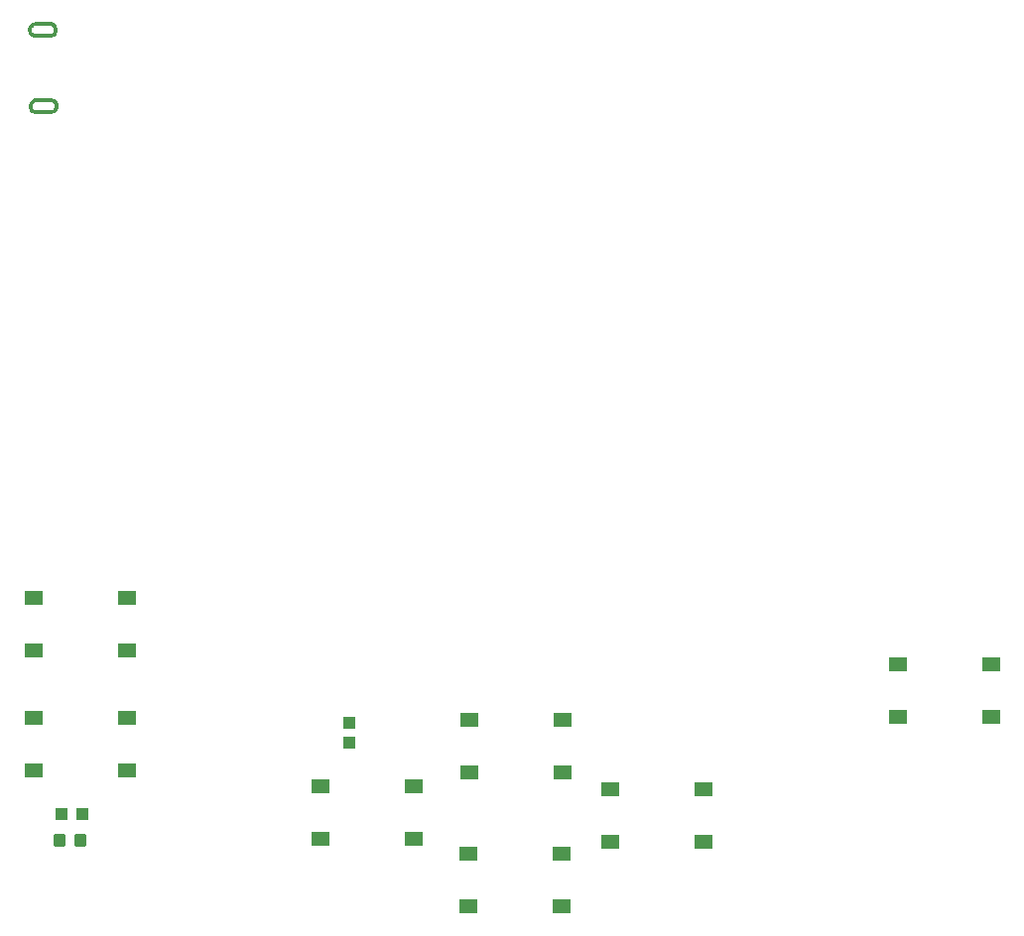
<source format=gbr>
G04 EAGLE Gerber RS-274X export*
G75*
%MOMM*%
%FSLAX34Y34*%
%LPD*%
%INSolderpaste Top*%
%IPPOS*%
%AMOC8*
5,1,8,0,0,1.08239X$1,22.5*%
G01*
%ADD10C,0.300000*%
%ADD11R,1.100000X1.000000*%
%ADD12R,1.000000X1.100000*%
%ADD13R,1.550000X1.300000*%

G36*
X-686328Y285817D02*
X-686328Y285817D01*
X-679779Y285886D01*
X-679778Y285886D01*
X-678619Y286012D01*
X-678618Y286013D01*
X-678618Y286012D01*
X-677505Y286363D01*
X-677504Y286363D01*
X-676482Y286924D01*
X-676481Y286924D01*
X-675587Y287674D01*
X-675586Y287674D01*
X-674856Y288584D01*
X-674855Y288584D01*
X-674316Y289619D01*
X-674316Y289620D01*
X-673989Y290739D01*
X-673989Y290740D01*
X-673887Y291902D01*
X-673887Y291903D01*
X-673899Y293103D01*
X-674026Y294263D01*
X-674026Y294264D01*
X-674376Y295376D01*
X-674377Y295377D01*
X-674376Y295377D01*
X-674937Y296400D01*
X-674938Y296400D01*
X-674938Y296401D01*
X-675687Y297295D01*
X-675688Y297295D01*
X-676597Y298026D01*
X-676598Y298026D01*
X-677632Y298565D01*
X-677633Y298565D01*
X-677633Y298566D01*
X-678753Y298893D01*
X-678753Y298892D01*
X-678754Y298893D01*
X-679916Y298995D01*
X-680364Y298990D01*
X-680367Y298990D01*
X-680838Y298985D01*
X-680841Y298985D01*
X-681313Y298980D01*
X-681316Y298980D01*
X-681787Y298975D01*
X-681790Y298975D01*
X-682262Y298970D01*
X-682264Y298970D01*
X-682736Y298965D01*
X-682739Y298965D01*
X-683210Y298960D01*
X-683213Y298960D01*
X-683685Y298955D01*
X-683688Y298955D01*
X-684159Y298950D01*
X-684162Y298950D01*
X-684634Y298946D01*
X-684637Y298946D01*
X-684637Y298945D01*
X-685108Y298941D01*
X-685111Y298941D01*
X-685583Y298936D01*
X-685585Y298936D01*
X-685586Y298936D01*
X-686057Y298931D01*
X-686060Y298931D01*
X-686531Y298926D01*
X-686534Y298926D01*
X-687006Y298921D01*
X-687009Y298921D01*
X-687480Y298916D01*
X-687483Y298916D01*
X-687955Y298911D01*
X-687958Y298911D01*
X-688429Y298906D01*
X-688432Y298906D01*
X-688904Y298901D01*
X-688907Y298901D01*
X-689378Y298896D01*
X-689381Y298896D01*
X-689853Y298891D01*
X-689855Y298891D01*
X-690327Y298886D01*
X-690330Y298886D01*
X-690801Y298881D01*
X-690804Y298881D01*
X-691276Y298876D01*
X-691279Y298876D01*
X-691750Y298871D01*
X-691753Y298871D01*
X-692225Y298866D01*
X-692228Y298866D01*
X-692699Y298861D01*
X-692702Y298861D01*
X-693015Y298858D01*
X-693016Y298857D01*
X-693016Y298858D01*
X-694251Y298716D01*
X-694251Y298715D01*
X-694252Y298715D01*
X-695431Y298321D01*
X-695431Y298320D01*
X-695432Y298320D01*
X-696503Y297690D01*
X-696504Y297690D01*
X-697423Y296852D01*
X-697423Y296851D01*
X-698148Y295841D01*
X-698149Y295841D01*
X-698649Y294703D01*
X-698649Y294702D01*
X-698650Y294702D01*
X-698904Y293485D01*
X-698904Y293484D01*
X-698901Y292241D01*
X-698895Y291641D01*
X-698895Y291640D01*
X-698769Y290481D01*
X-698768Y290480D01*
X-698418Y289367D01*
X-698418Y289366D01*
X-697857Y288343D01*
X-697107Y287449D01*
X-697107Y287448D01*
X-696197Y286718D01*
X-696196Y286717D01*
X-695162Y286178D01*
X-695161Y286178D01*
X-694042Y285851D01*
X-694041Y285851D01*
X-692879Y285749D01*
X-692878Y285749D01*
X-686328Y285817D01*
G37*
G36*
X-687010Y350914D02*
X-687010Y350914D01*
X-680461Y350982D01*
X-680460Y350982D01*
X-679301Y351109D01*
X-679300Y351109D01*
X-678187Y351459D01*
X-678187Y351460D01*
X-678186Y351459D01*
X-677163Y352020D01*
X-677163Y352021D01*
X-677162Y352021D01*
X-676269Y352770D01*
X-676269Y352771D01*
X-676268Y352771D01*
X-675537Y353680D01*
X-675537Y353681D01*
X-674998Y354715D01*
X-674998Y354716D01*
X-674671Y355836D01*
X-674670Y355837D01*
X-674568Y356999D01*
X-674569Y356999D01*
X-674568Y356999D01*
X-674581Y358199D01*
X-674581Y358200D01*
X-674707Y359359D01*
X-674708Y359360D01*
X-675058Y360473D01*
X-675058Y360474D01*
X-675619Y361496D01*
X-675619Y361497D01*
X-676369Y362391D01*
X-676369Y362392D01*
X-677279Y363122D01*
X-677280Y363123D01*
X-678314Y363662D01*
X-678315Y363662D01*
X-679434Y363989D01*
X-679435Y363989D01*
X-680597Y364091D01*
X-680598Y364091D01*
X-681045Y364087D01*
X-681048Y364087D01*
X-681520Y364082D01*
X-681523Y364082D01*
X-681994Y364077D01*
X-681997Y364077D01*
X-682469Y364072D01*
X-682472Y364072D01*
X-682943Y364067D01*
X-682946Y364067D01*
X-683418Y364062D01*
X-683421Y364062D01*
X-683892Y364057D01*
X-683895Y364057D01*
X-684367Y364052D01*
X-684369Y364052D01*
X-684841Y364047D01*
X-684844Y364047D01*
X-685315Y364042D01*
X-685318Y364042D01*
X-685790Y364037D01*
X-685793Y364037D01*
X-686264Y364032D01*
X-686267Y364032D01*
X-686739Y364027D01*
X-686742Y364027D01*
X-687213Y364022D01*
X-687216Y364022D01*
X-687688Y364017D01*
X-687690Y364017D01*
X-687691Y364017D01*
X-688162Y364012D01*
X-688165Y364012D01*
X-688636Y364007D01*
X-688639Y364007D01*
X-689111Y364002D01*
X-689114Y364002D01*
X-689585Y363997D01*
X-689588Y363997D01*
X-690060Y363992D01*
X-690063Y363992D01*
X-690534Y363987D01*
X-690537Y363987D01*
X-691009Y363982D01*
X-691012Y363982D01*
X-691483Y363977D01*
X-691486Y363977D01*
X-691958Y363972D01*
X-691960Y363972D01*
X-692432Y363967D01*
X-692435Y363967D01*
X-692906Y363962D01*
X-692909Y363962D01*
X-693381Y363957D01*
X-693384Y363957D01*
X-693697Y363954D01*
X-693698Y363954D01*
X-694933Y363812D01*
X-694933Y363811D01*
X-694934Y363812D01*
X-696112Y363417D01*
X-696113Y363417D01*
X-697185Y362787D01*
X-697185Y362786D01*
X-697186Y362786D01*
X-698104Y361948D01*
X-698105Y361948D01*
X-698830Y360938D01*
X-698830Y360937D01*
X-698831Y360937D01*
X-699331Y359799D01*
X-699331Y359798D01*
X-699586Y358581D01*
X-699585Y358581D01*
X-699586Y358580D01*
X-699583Y357337D01*
X-699577Y356737D01*
X-699450Y355577D01*
X-699450Y355576D01*
X-699100Y354464D01*
X-699099Y354463D01*
X-699100Y354463D01*
X-698539Y353440D01*
X-698538Y353440D01*
X-698538Y353439D01*
X-697789Y352545D01*
X-697788Y352545D01*
X-696879Y351814D01*
X-696878Y351814D01*
X-695844Y351275D01*
X-695843Y351275D01*
X-695843Y351274D01*
X-694723Y350947D01*
X-694723Y350948D01*
X-694722Y350947D01*
X-693560Y350845D01*
X-687010Y350914D01*
G37*
%LPC*%
G36*
X-693099Y288845D02*
X-693099Y288845D01*
X-693851Y289100D01*
X-694528Y289515D01*
X-695095Y290070D01*
X-695524Y290738D01*
X-695794Y291484D01*
X-695892Y292272D01*
X-695811Y293062D01*
X-695557Y293814D01*
X-695141Y294490D01*
X-694586Y295058D01*
X-693918Y295487D01*
X-693172Y295757D01*
X-692384Y295854D01*
X-680485Y295979D01*
X-679695Y295898D01*
X-678943Y295644D01*
X-678266Y295229D01*
X-677699Y294673D01*
X-677270Y294006D01*
X-677000Y293259D01*
X-676903Y292471D01*
X-676983Y291681D01*
X-677238Y290929D01*
X-677653Y290253D01*
X-678208Y289686D01*
X-678876Y289256D01*
X-679623Y288986D01*
X-680411Y288889D01*
X-680452Y288889D01*
X-680455Y288889D01*
X-680927Y288884D01*
X-680929Y288884D01*
X-681401Y288879D01*
X-681404Y288879D01*
X-681875Y288874D01*
X-681878Y288874D01*
X-682350Y288869D01*
X-682353Y288869D01*
X-682824Y288864D01*
X-682827Y288864D01*
X-683299Y288859D01*
X-683302Y288859D01*
X-683773Y288854D01*
X-683776Y288854D01*
X-684248Y288849D01*
X-684250Y288849D01*
X-684722Y288844D01*
X-684725Y288844D01*
X-685196Y288839D01*
X-685199Y288839D01*
X-685671Y288834D01*
X-685674Y288834D01*
X-686145Y288829D01*
X-686148Y288829D01*
X-686360Y288827D01*
X-686620Y288824D01*
X-686623Y288824D01*
X-687094Y288819D01*
X-687097Y288819D01*
X-687568Y288814D01*
X-687571Y288814D01*
X-688043Y288809D01*
X-688046Y288809D01*
X-688517Y288804D01*
X-688520Y288804D01*
X-688992Y288799D01*
X-688995Y288799D01*
X-689466Y288794D01*
X-689469Y288794D01*
X-689941Y288789D01*
X-689943Y288789D01*
X-689944Y288789D01*
X-690415Y288784D01*
X-690418Y288784D01*
X-690889Y288779D01*
X-690892Y288779D01*
X-691364Y288774D01*
X-691367Y288774D01*
X-691838Y288770D01*
X-691841Y288770D01*
X-691841Y288769D01*
X-692309Y288765D01*
X-693099Y288845D01*
G37*
%LPD*%
%LPC*%
G36*
X-693781Y353942D02*
X-693781Y353942D01*
X-694533Y354196D01*
X-695210Y354611D01*
X-695777Y355167D01*
X-696206Y355834D01*
X-696476Y356581D01*
X-696573Y357369D01*
X-696493Y358159D01*
X-696238Y358910D01*
X-695823Y359587D01*
X-695268Y360154D01*
X-694600Y360583D01*
X-693853Y360854D01*
X-693065Y360951D01*
X-681167Y361075D01*
X-680377Y360995D01*
X-679625Y360740D01*
X-678948Y360325D01*
X-678381Y359770D01*
X-677952Y359102D01*
X-677682Y358355D01*
X-677584Y357568D01*
X-677665Y356778D01*
X-677919Y356026D01*
X-678335Y355349D01*
X-678890Y354782D01*
X-679558Y354353D01*
X-680304Y354083D01*
X-681092Y353986D01*
X-681134Y353985D01*
X-681137Y353985D01*
X-681608Y353980D01*
X-681611Y353980D01*
X-682083Y353975D01*
X-682086Y353975D01*
X-682557Y353970D01*
X-682560Y353970D01*
X-683032Y353965D01*
X-683034Y353965D01*
X-683506Y353960D01*
X-683509Y353960D01*
X-683980Y353955D01*
X-683983Y353955D01*
X-684455Y353950D01*
X-684458Y353950D01*
X-684929Y353945D01*
X-684932Y353945D01*
X-685404Y353940D01*
X-685407Y353940D01*
X-685878Y353936D01*
X-685881Y353936D01*
X-685881Y353935D01*
X-686352Y353931D01*
X-686355Y353931D01*
X-686827Y353926D01*
X-686830Y353926D01*
X-687042Y353923D01*
X-687301Y353921D01*
X-687304Y353921D01*
X-687776Y353916D01*
X-687779Y353916D01*
X-688250Y353911D01*
X-688253Y353911D01*
X-688725Y353906D01*
X-688728Y353906D01*
X-689199Y353901D01*
X-689202Y353901D01*
X-689673Y353896D01*
X-689676Y353896D01*
X-690148Y353891D01*
X-690151Y353891D01*
X-690622Y353886D01*
X-690625Y353886D01*
X-691097Y353881D01*
X-691100Y353881D01*
X-691571Y353876D01*
X-691574Y353876D01*
X-692046Y353871D01*
X-692048Y353871D01*
X-692520Y353866D01*
X-692523Y353866D01*
X-692991Y353861D01*
X-693781Y353942D01*
G37*
%LPD*%
D10*
X-669295Y-331145D02*
X-669295Y-338145D01*
X-676295Y-338145D01*
X-676295Y-331145D01*
X-669295Y-331145D01*
X-669295Y-335295D02*
X-676295Y-335295D01*
X-676295Y-332445D02*
X-669295Y-332445D01*
X-651755Y-331145D02*
X-651755Y-338145D01*
X-658755Y-338145D01*
X-658755Y-331145D01*
X-651755Y-331145D01*
X-651755Y-335295D02*
X-658755Y-335295D01*
X-658755Y-332445D02*
X-651755Y-332445D01*
D11*
X-653764Y-312126D03*
X-670764Y-312126D03*
D12*
X-425541Y-251254D03*
X-425541Y-234254D03*
D13*
X-323126Y-231728D03*
X-243626Y-231728D03*
X-323126Y-276728D03*
X-243626Y-276728D03*
X-244411Y-390786D03*
X-323911Y-390786D03*
X-244411Y-345786D03*
X-323911Y-345786D03*
X-450466Y-288488D03*
X-370966Y-288488D03*
X-450466Y-333488D03*
X-370966Y-333488D03*
X-123246Y-335938D03*
X-202746Y-335938D03*
X-123246Y-290938D03*
X-202746Y-290938D03*
X-615270Y-275102D03*
X-694770Y-275102D03*
X-615270Y-230102D03*
X-694770Y-230102D03*
X-695106Y-127506D03*
X-615606Y-127506D03*
X-695106Y-172506D03*
X-615606Y-172506D03*
X121787Y-229065D03*
X42287Y-229065D03*
X121787Y-184065D03*
X42287Y-184065D03*
M02*

</source>
